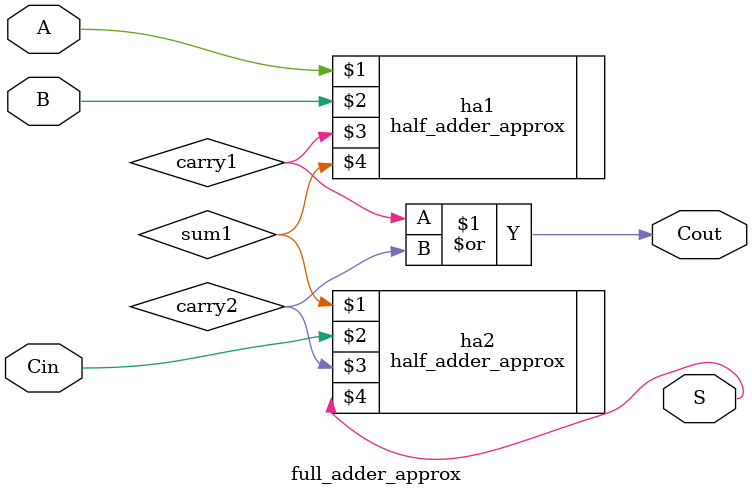
<source format=sv>

module full_adder_approx(
	input A, B, Cin,
	output S, Cout
	);
	//----------------------wires----------------------------
	wire carry1,carry2;
	wire sum1;
	//--------Instantiations of Half-adder_approx------------
	half_adder_approx ha1(A,B,carry1,sum1);
	half_adder_approx ha2(sum1,Cin,carry2,S); 
	assign Cout = carry1 | carry2;
	//------------------Block Diagram------------------------
	/*
	*
	*	A---[A of HA  C of Ha]----------------------[OR]---Cout
	*  B---[B of HA  S of Ha]--[A of HA  C of HA]--[OR] 
	*Cin-----------------------[B of HA  S of HA----------S
	*
	*/

endmodule

</source>
